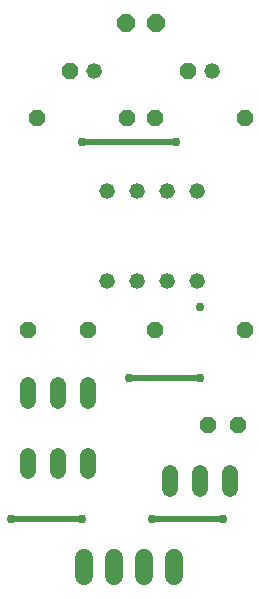
<source format=gbr>
G04 EAGLE Gerber RS-274X export*
G75*
%MOMM*%
%FSLAX34Y34*%
%LPD*%
%INTop Copper*%
%IPPOS*%
%AMOC8*
5,1,8,0,0,1.08239X$1,22.5*%
G01*
%ADD10P,1.429621X8X202.500000*%
%ADD11C,1.320800*%
%ADD12C,1.524000*%
%ADD13P,1.429621X8X22.500000*%
%ADD14C,1.320800*%
%ADD15P,1.632244X8X292.500000*%
%ADD16C,0.756400*%
%ADD17C,0.508000*%


D10*
X449840Y680000D03*
D11*
X470160Y680000D03*
D10*
X349840Y680000D03*
D11*
X370160Y680000D03*
X381900Y501900D03*
X407300Y501900D03*
X407300Y578100D03*
X381900Y578100D03*
X432700Y501900D03*
X458100Y501900D03*
X432700Y578100D03*
X458100Y578100D03*
D12*
X361900Y267620D02*
X361900Y252380D01*
X387300Y252380D02*
X387300Y267620D01*
X412700Y267620D02*
X412700Y252380D01*
X438100Y252380D02*
X438100Y267620D01*
D13*
X421900Y640000D03*
X498100Y640000D03*
X321900Y640000D03*
X398100Y640000D03*
D10*
X365400Y460000D03*
X314600Y460000D03*
X498100Y460000D03*
X421900Y460000D03*
X492700Y380000D03*
X467300Y380000D03*
D14*
X485400Y339304D02*
X485400Y326096D01*
X434600Y326096D02*
X434600Y339304D01*
X460000Y339304D02*
X460000Y326096D01*
X365400Y340696D02*
X365400Y353904D01*
X314600Y353904D02*
X314600Y340696D01*
X340000Y340696D02*
X340000Y353904D01*
X365400Y400696D02*
X365400Y413904D01*
X314600Y413904D02*
X314600Y400696D01*
X340000Y400696D02*
X340000Y413904D01*
D15*
X397300Y720000D03*
X422700Y720000D03*
D16*
X300000Y300000D03*
X360000Y300000D03*
D17*
X300000Y300000D01*
D16*
X460000Y480000D03*
X460000Y420000D03*
D17*
X400000Y420000D01*
D16*
X400000Y420000D03*
X480000Y300000D03*
X440000Y620000D03*
D17*
X360000Y620000D01*
D16*
X360000Y620000D03*
X420000Y300000D03*
D17*
X480000Y300000D01*
M02*

</source>
